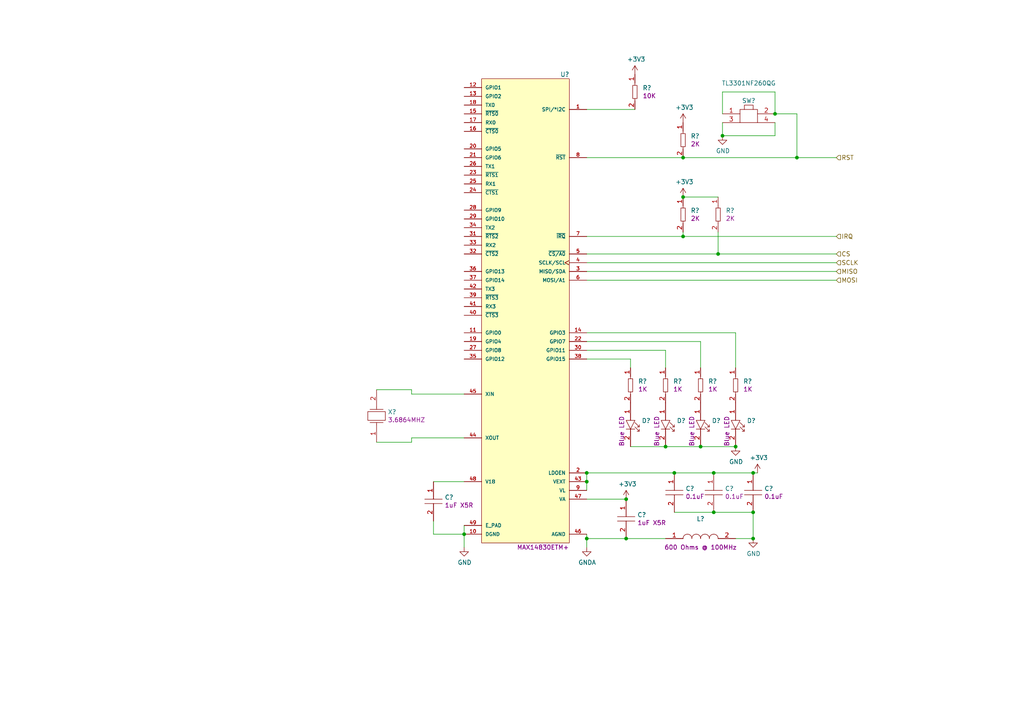
<source format=kicad_sch>
(kicad_sch (version 20231120) (generator "eeschema") (generator_version "8.0")
  (paper "A4")
  (lib_symbols
    (symbol "AVR-KiCAD-Lib-Capacitors:C0402C104K9PACTU" (pin_names (offset 1.016))
      (property "Reference" "C" (at -2.54 2.54 0))
      (property "_Value_" "0.1uF" (at 58.42 63.5 0))
      (symbol "C0402C104K9PACTU_1_1"
        (polyline (pts (xy 0 2.54) (xy 0 -2.54)))
        (polyline (pts (xy 1.27 2.54) (xy 1.27 -2.54)))
        (pin input line (at -5.08 0 0) (length 5.08) (name "~") (number "1"))
        (pin input line (at 6.35 0 180) (length 5.08) (name "~") (number "2"))
      )
    )
    (symbol "AVR-KiCAD-Lib-Capacitors:CC0603KRX5R7BB105" (pin_names (offset 1.016))
      (property "Reference" "C" (at -2.54 2.54 0))
      (property "_Value_" "1uF X5R" (at 58.42 63.5 0))
      (symbol "CC0603KRX5R7BB105_1_1"
        (polyline (pts (xy 0 2.54) (xy 0 -2.54)))
        (polyline (pts (xy 1.27 2.54) (xy 1.27 -2.54)))
        (pin input line (at -5.08 0 0) (length 5.08) (name "~") (number "1"))
        (pin input line (at 6.35 0 180) (length 5.08) (name "~") (number "2"))
      )
    )
    (symbol "AVR-KiCAD-Lib-Diodes:LTST-C194TBKT" (pin_names (offset 1.016))
      (property "Reference" "D" (at -2.54 2.54 0))
      (property "_Value_" "Blue LED" (at 58.42 63.5 0))
      (symbol "LTST-C194TBKT_0_1"
        (polyline (pts (xy -0.635 1.27) (xy 0.635 2.54)))
        (polyline (pts (xy 0.635 2.54) (xy 0 2.54)))
        (polyline (pts (xy 0.635 2.54) (xy 0.635 1.905)))
        (polyline (pts (xy 1.27 -1.27) (xy 1.27 1.27)))
        (polyline (pts (xy 1.905 2.54) (xy 1.905 1.905)))
        (polyline (pts (xy 0.635 1.27) (xy 1.905 2.54) (xy 1.27 2.54)))
        (polyline (pts (xy -1.27 1.27) (xy -1.27 -1.27) (xy 1.27 0) (xy -1.27 1.27)))
      )
      (symbol "LTST-C194TBKT_1_1"
        (pin passive line (at -6.35 0 0) (length 5.08) (name "~") (number "1"))
        (pin passive line (at 6.35 0 180) (length 5.08) (name "~") (number "2"))
      )
    )
    (symbol "AVR-KiCAD-Lib-ICs:MAX14830ETM+" (pin_names (offset 1.016))
      (property "Reference" "U" (at 0 3.81 0))
      (property "_Value_" "MAX14830ETM+" (at 7.62 -133.35 0))
      (symbol "MAX14830ETM+_0_0"
        (rectangle (start 0 2.54) (end 25.4 -132.08) (fill (type background)))
      )
      (symbol "MAX14830ETM+_1_1"
        (pin bidirectional line (at -5.08 -6.35 0) (length 5.08) (name "SPI/*I2C") (number "1"))
        (pin power_in line (at 30.48 -129.54 180) (length 5.08) (name "DGND") (number "10"))
        (pin bidirectional line (at 30.48 -71.12 180) (length 5.08) (name "GPIO0") (number "11"))
        (pin bidirectional line (at 30.48 0 180) (length 5.08) (name "GPIO1") (number "12"))
        (pin bidirectional line (at 30.48 -2.54 180) (length 5.08) (name "GPIO2") (number "13"))
        (pin bidirectional line (at -5.08 -71.12 0) (length 5.08) (name "GPIO3") (number "14"))
        (pin bidirectional line (at 30.48 -7.62 180) (length 5.08) (name "~{RTS0}") (number "15"))
        (pin bidirectional line (at 30.48 -12.7 180) (length 5.08) (name "~{CTS0}") (number "16"))
        (pin bidirectional line (at 30.48 -10.16 180) (length 5.08) (name "RX0") (number "17"))
        (pin bidirectional line (at 30.48 -5.08 180) (length 5.08) (name "TX0") (number "18"))
        (pin bidirectional line (at 30.48 -73.66 180) (length 5.08) (name "GPIO4") (number "19"))
        (pin bidirectional line (at -5.08 -111.76 0) (length 5.08) (name "LDOEN") (number "2"))
        (pin bidirectional line (at 30.48 -17.78 180) (length 5.08) (name "GPIO5") (number "20"))
        (pin bidirectional line (at 30.48 -20.32 180) (length 5.08) (name "GPIO6") (number "21"))
        (pin bidirectional line (at -5.08 -73.66 0) (length 5.08) (name "GPIO7") (number "22"))
        (pin bidirectional line (at 30.48 -25.4 180) (length 5.08) (name "~{RTS1}") (number "23"))
        (pin bidirectional line (at 30.48 -30.48 180) (length 5.08) (name "~{CTS1}") (number "24"))
        (pin bidirectional line (at 30.48 -27.94 180) (length 5.08) (name "RX1") (number "25"))
        (pin bidirectional line (at 30.48 -22.86 180) (length 5.08) (name "TX1") (number "26"))
        (pin bidirectional line (at 30.48 -76.2 180) (length 5.08) (name "GPIO8") (number "27"))
        (pin bidirectional line (at 30.48 -35.56 180) (length 5.08) (name "GPIO9") (number "28"))
        (pin bidirectional line (at 30.48 -38.1 180) (length 5.08) (name "GPIO10") (number "29"))
        (pin bidirectional line (at -5.08 -53.34 0) (length 5.08) (name "MISO/SDA") (number "3"))
        (pin bidirectional line (at -5.08 -76.2 0) (length 5.08) (name "GPIO11") (number "30"))
        (pin bidirectional line (at 30.48 -43.18 180) (length 5.08) (name "~{RTS2}") (number "31"))
        (pin bidirectional line (at 30.48 -48.26 180) (length 5.08) (name "~{CTS2}") (number "32"))
        (pin bidirectional line (at 30.48 -45.72 180) (length 5.08) (name "RX2") (number "33"))
        (pin bidirectional line (at 30.48 -40.64 180) (length 5.08) (name "TX2") (number "34"))
        (pin bidirectional line (at 30.48 -78.74 180) (length 5.08) (name "GPIO12") (number "35"))
        (pin bidirectional line (at 30.48 -53.34 180) (length 5.08) (name "GPIO13") (number "36"))
        (pin bidirectional line (at 30.48 -55.88 180) (length 5.08) (name "GPIO14") (number "37"))
        (pin bidirectional line (at -5.08 -78.74 0) (length 5.08) (name "GPIO15") (number "38"))
        (pin bidirectional line (at 30.48 -60.96 180) (length 5.08) (name "~{RTS3}") (number "39"))
        (pin input clock (at -5.08 -50.8 0) (length 5.08) (name "SCLK/SCL") (number "4"))
        (pin bidirectional line (at 30.48 -66.04 180) (length 5.08) (name "~{CTS3}") (number "40"))
        (pin bidirectional line (at 30.48 -63.5 180) (length 5.08) (name "RX3") (number "41"))
        (pin bidirectional line (at 30.48 -58.42 180) (length 5.08) (name "TX3") (number "42"))
        (pin bidirectional line (at -5.08 -114.3 0) (length 5.08) (name "VEXT") (number "43"))
        (pin output line (at 30.48 -101.6 180) (length 5.08) (name "XOUT") (number "44"))
        (pin input line (at 30.48 -88.9 180) (length 5.08) (name "XIN") (number "45"))
        (pin power_in line (at -5.08 -129.54 0) (length 5.08) (name "AGND") (number "46"))
        (pin bidirectional line (at -5.08 -119.38 0) (length 5.08) (name "VA") (number "47"))
        (pin power_in line (at 30.48 -114.3 180) (length 5.08) (name "V18") (number "48"))
        (pin bidirectional line (at 30.48 -127 180) (length 5.08) (name "E_PAD") (number "49"))
        (pin bidirectional line (at -5.08 -48.26 0) (length 5.08) (name "~{CS/A0}") (number "5"))
        (pin bidirectional line (at -5.08 -55.88 0) (length 5.08) (name "MOSI/A1") (number "6"))
        (pin bidirectional line (at -5.08 -43.18 0) (length 5.08) (name "~{IRQ}") (number "7"))
        (pin bidirectional line (at -5.08 -20.32 0) (length 5.08) (name "~{RST}") (number "8"))
        (pin power_in line (at -5.08 -116.84 0) (length 5.08) (name "VL") (number "9"))
      )
    )
    (symbol "AVR-KiCAD-Lib-Inductors:BLM15HG601SN1D" (pin_names (offset 1.016))
      (property "Reference" "L" (at -2.54 2.54 0))
      (property "_Value_" "600 Ohms @ 100MHz" (at 58.42 63.5 0))
      (symbol "BLM15HG601SN1D_1_1"
        (arc (start -3.81 1.27) (mid -4.7246 0.9071) (end -5.08 0))
        (arc (start -2.54 0) (mid -2.9029 0.9146) (end -3.81 1.27))
        (arc (start -1.27 1.27) (mid -2.1846 0.9071) (end -2.54 0))
        (arc (start 0 0) (mid -0.3629 0.9146) (end -1.27 1.27))
        (arc (start 1.27 1.27) (mid 0.3554 0.9071) (end 0 0))
        (arc (start 2.54 0) (mid 2.1771 0.9146) (end 1.27 1.27))
        (arc (start 3.81 1.27) (mid 2.8954 0.9071) (end 2.54 0))
        (arc (start 5.08 0) (mid 4.7171 0.9146) (end 3.81 1.27))
        (pin input line (at -10.16 0 0) (length 5.08) (name "~") (number "1"))
        (pin input line (at 10.16 0 180) (length 5.08) (name "~") (number "2"))
      )
    )
    (symbol "AVR-KiCAD-Lib-Mech-Switches:TL3301NF260QG" (pin_names (offset 1.016))
      (property "Reference" "SW" (at -2.54 2.54 0))
      (property "Value" "TL3301NF260QG" (at 1.27 5.08 0))
      (symbol "TL3301NF260QG_0_1"
        (rectangle (start -2.54 1.27) (end 2.54 -2.54))
      )
      (symbol "TL3301NF260QG_1_1"
        (polyline (pts (xy -1.27 1.27) (xy -1.27 2.54) (xy 1.27 2.54) (xy 1.27 1.27)))
        (pin passive line (at -7.62 0 0) (length 5.08) (name "~") (number "1"))
        (pin passive line (at 7.62 0 180) (length 5.08) (name "~") (number "2"))
        (pin passive line (at -7.62 -2.54 0) (length 5.08) (name "~") (number "3"))
        (pin passive line (at 7.62 -2.54 180) (length 5.08) (name "~") (number "4"))
      )
    )
    (symbol "AVR-KiCAD-Lib-Oscillators-Clocks:ABLS-3.6864MHZ-B4-T" (pin_names (offset 1.016))
      (property "Reference" "X" (at -2.54 2.54 0))
      (property "_Value_" "3.6864MHZ" (at 58.42 63.5 0))
      (symbol "ABLS-3.6864MHZ-B4-T_1_1"
        (rectangle (start -1.27 2.54) (end 1.27 -2.54))
        (polyline (pts (xy -1.905 0) (xy -2.54 0)))
        (polyline (pts (xy -1.905 1.905) (xy -1.905 -1.905)))
        (polyline (pts (xy 1.905 1.905) (xy 1.905 -1.905)))
        (polyline (pts (xy 2.54 0) (xy 1.905 0)))
        (pin passive line (at -7.62 0 0) (length 5.08) (name "~") (number "1"))
        (pin passive line (at 7.62 0 180) (length 5.08) (name "~") (number "2"))
      )
    )
    (symbol "AVR-KiCAD-Lib-Resistors:RC0402FR-0710KL" (pin_names (offset 1.016))
      (property "Reference" "R" (at -2.54 2.54 0))
      (property "Value" "RC0402FR-0710KL" (at 1.27 5.08 0))
      (property "_Value_" "10K" (at 58.42 63.5 0))
      (symbol "RC0402FR-0710KL_0_1"
        (rectangle (start -1.905 0.635) (end 1.905 -0.635))
        (polyline (pts (xy -2.54 0) (xy -1.905 0)))
        (polyline (pts (xy -1.905 0) (xy -1.905 0)))
        (polyline (pts (xy 1.905 0) (xy 1.905 0)))
        (polyline (pts (xy 2.54 0) (xy 1.905 0)))
      )
      (symbol "RC0402FR-0710KL_1_1"
        (pin passive line (at -5.08 0 0) (length 2.5146) (name "~") (number "1"))
        (pin passive line (at 5.08 0 180) (length 2.5146) (name "~") (number "2"))
      )
    )
    (symbol "AVR-KiCAD-Lib-Resistors:RC0402FR-071KL" (pin_names (offset 1.016))
      (property "Reference" "R" (at -2.54 2.54 0))
      (property "Value" "RC0402FR-071KL" (at 1.27 5.08 0))
      (property "_Value_" "1K" (at 58.42 63.5 0))
      (symbol "RC0402FR-071KL_0_1"
        (rectangle (start -1.905 0.635) (end 1.905 -0.635))
        (polyline (pts (xy -2.54 0) (xy -1.905 0)))
        (polyline (pts (xy -1.905 0) (xy -1.905 0)))
        (polyline (pts (xy 1.905 0) (xy 1.905 0)))
        (polyline (pts (xy 2.54 0) (xy 1.905 0)))
      )
      (symbol "RC0402FR-071KL_1_1"
        (pin passive line (at -5.08 0 0) (length 2.5146) (name "~") (number "1"))
        (pin passive line (at 5.08 0 180) (length 2.5146) (name "~") (number "2"))
      )
    )
    (symbol "AVR-KiCAD-Lib-Resistors:RC0402FR-072KL" (pin_names (offset 1.016))
      (property "Reference" "R" (at -2.54 2.54 0))
      (property "Value" "RC0402FR-072KL" (at 1.27 5.08 0))
      (property "_Value_" "2K" (at 58.42 63.5 0))
      (symbol "RC0402FR-072KL_0_1"
        (rectangle (start -1.905 0.635) (end 1.905 -0.635))
        (polyline (pts (xy -2.54 0) (xy -1.905 0)))
        (polyline (pts (xy -1.905 0) (xy -1.905 0)))
        (polyline (pts (xy 1.905 0) (xy 1.905 0)))
        (polyline (pts (xy 2.54 0) (xy 1.905 0)))
      )
      (symbol "RC0402FR-072KL_1_1"
        (pin passive line (at -5.08 0 0) (length 2.5146) (name "~") (number "1"))
        (pin passive line (at 5.08 0 180) (length 2.5146) (name "~") (number "2"))
      )
    )
    (symbol "agricoltura-madre-cape-B-rescue:+3V3-power" (power) (pin_names (offset 0))
      (property "Value" "power_+3V3" (at 0 3.556 0))
      (symbol "+3V3-power_0_1"
        (polyline (pts (xy -0.762 1.27) (xy 0 2.54)))
        (polyline (pts (xy 0 0) (xy 0 2.54)))
        (polyline (pts (xy 0 2.54) (xy 0.762 1.27)))
      )
      (symbol "+3V3-power_1_1"
        (pin power_in line (at 0 0 90) (length 0) hide (name "+3V3") (number "1"))
      )
    )
    (symbol "agricoltura-madre-cape-B-rescue:GND-power" (power) (pin_names (offset 0))
      (property "Value" "power_GND" (at 0 -3.81 0))
      (symbol "GND-power_0_1"
        (polyline (pts (xy 0 0) (xy 0 -1.27) (xy 1.27 -1.27) (xy 0 -2.54) (xy -1.27 -1.27) (xy 0 -1.27)))
      )
      (symbol "GND-power_1_1"
        (pin power_in line (at 0 0 270) (length 0) hide (name "GND") (number "1"))
      )
    )
    (symbol "agricoltura-madre-cape-B-rescue:GNDA-power" (power) (pin_names (offset 0))
      (property "Value" "power_GNDA" (at 0 -3.81 0))
      (symbol "GNDA-power_0_1"
        (polyline (pts (xy 0 0) (xy 0 -1.27) (xy 1.27 -1.27) (xy 0 -2.54) (xy -1.27 -1.27) (xy 0 -1.27)))
      )
      (symbol "GNDA-power_1_1"
        (pin power_in line (at 0 0 270) (length 0) hide (name "GNDA") (number "1"))
      )
    )
  )
  (junction (at 198.12 45.72))
  (junction (at 208.28 73.66))
  (junction (at 213.36 129.54))
  (junction (at 181.61 144.78))
  (junction (at 134.62 154.94))
  (junction (at 170.18 139.7))
  (junction (at 170.18 156.21))
  (junction (at 224.79 33.02))
  (junction (at 218.44 156.21))
  (junction (at 170.18 137.16))
  (junction (at 198.12 68.58))
  (junction (at 218.44 148.59))
  (junction (at 231.14 45.72))
  (junction (at 203.2 129.54))
  (junction (at 193.04 129.54))
  (junction (at 209.55 39.37))
  (junction (at 198.12 57.15))
  (junction (at 207.01 137.16))
  (junction (at 181.61 156.21))
  (junction (at 207.01 148.59))
  (junction (at 195.58 137.16))
  (junction (at 218.44 137.16))
  (wire (pts (xy 170.18 104.14) (xy 182.88 104.14)))
  (wire (pts (xy 170.18 154.94) (xy 170.18 156.21)))
  (wire (pts (xy 170.18 45.72) (xy 198.12 45.72)))
  (wire (pts (xy 218.44 156.21) (xy 213.36 156.21)))
  (wire (pts (xy 170.18 144.78) (xy 181.61 144.78)))
  (wire (pts (xy 213.36 96.52) (xy 213.36 106.68)))
  (wire (pts (xy 231.14 33.02) (xy 231.14 45.72)))
  (wire (pts (xy 181.61 156.21) (xy 170.18 156.21)))
  (wire (pts (xy 195.58 148.59) (xy 207.01 148.59)))
  (wire (pts (xy 170.18 99.06) (xy 203.2 99.06)))
  (wire (pts (xy 218.44 148.59) (xy 218.44 156.21)))
  (wire (pts (xy 109.22 113.03) (xy 119.38 113.03)))
  (wire (pts (xy 125.73 151.13) (xy 125.73 154.94)))
  (wire (pts (xy 170.18 139.7) (xy 170.18 142.24)))
  (wire (pts (xy 208.28 57.15) (xy 198.12 57.15)))
  (wire (pts (xy 209.55 39.37) (xy 209.55 35.56)))
  (wire (pts (xy 109.22 128.27) (xy 119.38 128.27)))
  (wire (pts (xy 193.04 101.6) (xy 193.04 106.68)))
  (wire (pts (xy 231.14 45.72) (xy 242.57 45.72)))
  (wire (pts (xy 198.12 67.31) (xy 198.12 68.58)))
  (wire (pts (xy 170.18 81.28) (xy 242.57 81.28)))
  (wire (pts (xy 170.18 137.16) (xy 195.58 137.16)))
  (wire (pts (xy 119.38 127) (xy 134.62 127)))
  (wire (pts (xy 119.38 113.03) (xy 119.38 114.3)))
  (wire (pts (xy 207.01 137.16) (xy 218.44 137.16)))
  (wire (pts (xy 134.62 154.94) (xy 134.62 158.75)))
  (wire (pts (xy 134.62 139.7) (xy 125.73 139.7)))
  (wire (pts (xy 170.18 156.21) (xy 170.18 158.75)))
  (wire (pts (xy 170.18 137.16) (xy 170.18 139.7)))
  (wire (pts (xy 125.73 154.94) (xy 134.62 154.94)))
  (wire (pts (xy 181.61 156.21) (xy 193.04 156.21)))
  (wire (pts (xy 198.12 68.58) (xy 170.18 68.58)))
  (wire (pts (xy 170.18 31.75) (xy 184.15 31.75)))
  (wire (pts (xy 209.55 26.67) (xy 224.79 26.67)))
  (wire (pts (xy 182.88 104.14) (xy 182.88 106.68)))
  (wire (pts (xy 208.28 67.31) (xy 208.28 73.66)))
  (wire (pts (xy 207.01 148.59) (xy 218.44 148.59)))
  (wire (pts (xy 242.57 78.74) (xy 170.18 78.74)))
  (wire (pts (xy 224.79 39.37) (xy 209.55 39.37)))
  (wire (pts (xy 208.28 73.66) (xy 242.57 73.66)))
  (wire (pts (xy 119.38 114.3) (xy 134.62 114.3)))
  (wire (pts (xy 224.79 35.56) (xy 224.79 39.37)))
  (wire (pts (xy 198.12 68.58) (xy 242.57 68.58)))
  (wire (pts (xy 198.12 45.72) (xy 231.14 45.72)))
  (wire (pts (xy 170.18 73.66) (xy 208.28 73.66)))
  (wire (pts (xy 203.2 99.06) (xy 203.2 106.68)))
  (wire (pts (xy 170.18 96.52) (xy 213.36 96.52)))
  (wire (pts (xy 193.04 129.54) (xy 203.2 129.54)))
  (wire (pts (xy 170.18 76.2) (xy 242.57 76.2)))
  (wire (pts (xy 224.79 33.02) (xy 231.14 33.02)))
  (wire (pts (xy 209.55 33.02) (xy 209.55 26.67)))
  (wire (pts (xy 170.18 101.6) (xy 193.04 101.6)))
  (wire (pts (xy 182.88 129.54) (xy 193.04 129.54)))
  (wire (pts (xy 119.38 128.27) (xy 119.38 127)))
  (wire (pts (xy 224.79 26.67) (xy 224.79 33.02)))
  (wire (pts (xy 195.58 137.16) (xy 207.01 137.16)))
  (wire (pts (xy 203.2 129.54) (xy 213.36 129.54)))
  (wire (pts (xy 134.62 152.4) (xy 134.62 154.94)))
  (wire (pts (xy 218.44 137.16) (xy 219.71 137.16)))
  (hierarchical_label "MISO" (shape input) (at 242.57 78.74 0))
  (hierarchical_label "SCLK" (shape input) (at 242.57 76.2 0))
  (hierarchical_label "RST" (shape input) (at 242.57 45.72 0))
  (hierarchical_label "CS" (shape input) (at 242.57 73.66 0))
  (hierarchical_label "MOSI" (shape input) (at 242.57 81.28 0))
  (hierarchical_label "IRQ" (shape input) (at 242.57 68.58 0))
  (symbol (lib_id "AVR-KiCAD-Lib-ICs:MAX14830ETM+") (at 165.1 25.4 0) (mirror y) (unit 1)
    (property "Reference" "U?" (at 163.83 21.59 0))
    (property "Value" "MAX14830ETM+" (effects (hide yes)))
    (property "Footprint" "AVR-KiCAD-Lib-ICs:MAX14830ETM&plus_" (effects (hide yes)))
    (property "Datasheet" "https://datasheets.maximintegrated.com/en/ds/MAX14830.pdf" (effects (hide yes)))
    (property "Cost QTY: 1" "13.61" (effects (hide yes)))
    (property "Cost QTY: 1000" "*" (effects (hide yes)))
    (property "Cost QTY: 2500" "*" (effects (hide yes)))
    (property "Cost QTY: 5000" "*" (effects (hide yes)))
    (property "Cost QTY: 10000" "*" (effects (hide yes)))
    (property "MFR" "Maxim Integrated" (effects (hide yes)))
    (property "MFR#" "MAX14830ETM+" (effects (hide yes)))
    (property "Vendor" "Digikey" (effects (hide yes)))
    (property "Vendor #" "MAX14830ETM+-ND" (effects (hide yes)))
    (property "Designer" "AVR" (effects (hide yes)))
    (property "Height" "*" (effects (hide yes)))
    (property "Date Created" "7/1/2020" (effects (hide yes)))
    (property "Date Modified" "7/1/2020" (effects (hide yes)))
    (property "Lead-Free ?" "Yes" (effects (hide yes)))
    (property "RoHS Levels" "1" (effects (hide yes)))
    (property "Mounting" "SMT" (effects (hide yes)))
    (property "Pin Count #" "49" (effects (hide yes)))
    (property "Status" "Active" (effects (hide yes)))
    (property "Tolerance" "*" (effects (hide yes)))
    (property "Type" "IC" (effects (hide yes)))
    (property "Voltage" "1.71V ~ 3.6V" (effects (hide yes)))
    (property "Package" "QFN48" (effects (hide yes)))
    (property "Description" "UART IC 4, QUART Channel RS232, RS485 128 Byte 48-TQFN (7x7)" (effects (hide yes)))
    (property "_Value_" "MAX14830ETM+" (at 157.48 158.75 0))
    (property "Management_ID" "*" (effects (hide yes)))
  )
  (symbol (lib_id "AVR-KiCAD-Lib-Capacitors:CC0603KRX5R7BB105") (at 181.61 149.86 270) (unit 1)
    (property "Reference" "C?" (at 184.8612 149.3266 90) (effects (justify left)))
    (property "Value" "CC0603KRX5R7BB105" (effects (hide yes)))
    (property "Footprint" "AVR-KiCAD-Lib-Capacitors:C0603" (effects (hide yes)))
    (property "Datasheet" "https://www.yageo.com/upload/media/product/productsearch/datasheet/mlcc/UPY-GPHC_X5R_4V-to-50V_25.pdf" (effects (hide yes)))
    (property "Cost QTY: 1" "0.11000" (effects (hide yes)))
    (property "Cost QTY: 1000" "0.02217" (effects (hide yes)))
    (property "Cost QTY: 2500" "*" (effects (hide yes)))
    (property "Cost QTY: 5000" "0.01645" (effects (hide yes)))
    (property "Cost QTY: 10000" "0.01530" (effects (hide yes)))
    (property "MFR" "Yageo" (effects (hide yes)))
    (property "MFR#" "CC0603KRX5R7BB105" (effects (hide yes)))
    (property "Vendor" "Digikey" (effects (hide yes)))
    (property "Vendor #" "311-1444-1-ND" (effects (hide yes)))
    (property "Designer" "AVR" (effects (hide yes)))
    (property "Height" "0.9mm" (effects (hide yes)))
    (property "Date Created" "12/7/2019" (effects (hide yes)))
    (property "Date Modified" "12/7/2019" (effects (hide yes)))
    (property "Lead-Free ?" "Yes" (effects (hide yes)))
    (property "RoHS Levels" "1" (effects (hide yes)))
    (property "Mounting" "SMT" (effects (hide yes)))
    (property "Pin Count #" "2" (effects (hide yes)))
    (property "Status" "Active" (effects (hide yes)))
    (property "Tolerance" "10%" (effects (hide yes)))
    (property "Type" "Ceramic Cap" (effects (hide yes)))
    (property "Voltage" "16V" (effects (hide yes)))
    (property "Package" "0603" (effects (hide yes)))
    (property "Description" "1µF ±10% 16V Ceramic Capacitor X5R 0603 (1608 Metric)" (effects (hide yes)))
    (property "_Value_" "1uF X5R" (at 184.8612 151.638 90) (effects (justify left)))
    (property "Management_ID" "*" (effects (hide yes)))
  )
  (symbol (lib_id "agricoltura-madre-cape-B-rescue:+3V3-power") (at 181.61 144.78 0) (unit 1)
    (property "Reference" "#PWR?" (effects (hide yes)))
    (property "Value" "+3V3" (at 181.991 140.3858 0))
  )
  (symbol (lib_id "agricoltura-madre-cape-B-rescue:+3V3-power") (at 219.71 137.16 0) (unit 1)
    (property "Reference" "#PWR?" (effects (hide yes)))
    (property "Value" "+3V3" (at 220.091 132.7658 0))
  )
  (symbol (lib_id "AVR-KiCAD-Lib-Capacitors:C0402C104K9PACTU") (at 195.58 142.24 270) (unit 1)
    (property "Reference" "C?" (at 198.8312 141.7066 90) (effects (justify left)))
    (property "Value" "C0402C104K9PACTU" (effects (hide yes)))
    (property "Footprint" "AVR-KiCAD-Lib-Resistors:R0402" (effects (hide yes)))
    (property "Datasheet" "https://content.kemet.com/datasheets/KEM_C1006_X5R_SMD.pdf" (effects (hide yes)))
    (property "Cost QTY: 1" "0.10000" (effects (hide yes)))
    (property "Cost QTY: 1000" "0.01139" (effects (hide yes)))
    (property "Cost QTY: 2500" "0.01035" (effects (hide yes)))
    (property "Cost QTY: 5000" "0.00952" (effects (hide yes)))
    (property "Cost QTY: 10000" "0.00756" (effects (hide yes)))
    (property "MFR" "KEMET" (effects (hide yes)))
    (property "MFR#" "C0402C104K9PACTU" (effects (hide yes)))
    (property "Vendor" "Digikey" (effects (hide yes)))
    (property "Vendor #" "399-3026-6-ND" (effects (hide yes)))
    (property "Designer" "AVR" (effects (hide yes)))
    (property "Height" "0.55mm" (effects (hide yes)))
    (property "Date Created" "12/7/2019" (effects (hide yes)))
    (property "Date Modified" "12/7/2019" (effects (hide yes)))
    (property "Lead-Free ?" "Yes" (effects (hide yes)))
    (property "RoHS Levels" "1" (effects (hide yes)))
    (property "Mounting" "SMT" (effects (hide yes)))
    (property "Pin Count #" "2" (effects (hide yes)))
    (property "Status" "Active" (effects (hide yes)))
    (property "Tolerance" "10%" (effects (hide yes)))
    (property "Type" "Ceramic Cap" (effects (hide yes)))
    (property "Voltage" "6.3V" (effects (hide yes)))
    (property "Package" "0402" (effects (hide yes)))
    (property "Description" "0.1µF ±10% 6.3V Ceramic Capacitor X5R 0402 (1005 Metric)" (effects (hide yes)))
    (property "_Value_" "0.1uF" (at 198.8312 144.018 90) (effects (justify left)))
    (property "Management_ID" "*" (effects (hide yes)))
  )
  (symbol (lib_id "AVR-KiCAD-Lib-Capacitors:C0402C104K9PACTU") (at 207.01 142.24 270) (unit 1)
    (property "Reference" "C?" (at 210.2612 141.7066 90) (effects (justify left)))
    (property "Value" "C0402C104K9PACTU" (effects (hide yes)))
    (property "Footprint" "AVR-KiCAD-Lib-Resistors:R0402" (effects (hide yes)))
    (property "Datasheet" "https://content.kemet.com/datasheets/KEM_C1006_X5R_SMD.pdf" (effects (hide yes)))
    (property "Cost QTY: 1" "0.10000" (effects (hide yes)))
    (property "Cost QTY: 1000" "0.01139" (effects (hide yes)))
    (property "Cost QTY: 2500" "0.01035" (effects (hide yes)))
    (property "Cost QTY: 5000" "0.00952" (effects (hide yes)))
    (property "Cost QTY: 10000" "0.00756" (effects (hide yes)))
    (property "MFR" "KEMET" (effects (hide yes)))
    (property "MFR#" "C0402C104K9PACTU" (effects (hide yes)))
    (property "Vendor" "Digikey" (effects (hide yes)))
    (property "Vendor #" "399-3026-6-ND" (effects (hide yes)))
    (property "Designer" "AVR" (effects (hide yes)))
    (property "Height" "0.55mm" (effects (hide yes)))
    (property "Date Created" "12/7/2019" (effects (hide yes)))
    (property "Date Modified" "12/7/2019" (effects (hide yes)))
    (property "Lead-Free ?" "Yes" (effects (hide yes)))
    (property "RoHS Levels" "1" (effects (hide yes)))
    (property "Mounting" "SMT" (effects (hide yes)))
    (property "Pin Count #" "2" (effects (hide yes)))
    (property "Status" "Active" (effects (hide yes)))
    (property "Tolerance" "10%" (effects (hide yes)))
    (property "Type" "Ceramic Cap" (effects (hide yes)))
    (property "Voltage" "6.3V" (effects (hide yes)))
    (property "Package" "0402" (effects (hide yes)))
    (property "Description" "0.1µF ±10% 6.3V Ceramic Capacitor X5R 0402 (1005 Metric)" (effects (hide yes)))
    (property "_Value_" "0.1uF" (at 210.2612 144.018 90) (effects (justify left)))
    (property "Management_ID" "*" (effects (hide yes)))
  )
  (symbol (lib_id "AVR-KiCAD-Lib-Capacitors:C0402C104K9PACTU") (at 218.44 142.24 270) (unit 1)
    (property "Reference" "C?" (at 221.6912 141.7066 90) (effects (justify left)))
    (property "Value" "C0402C104K9PACTU" (effects (hide yes)))
    (property "Footprint" "AVR-KiCAD-Lib-Resistors:R0402" (effects (hide yes)))
    (property "Datasheet" "https://content.kemet.com/datasheets/KEM_C1006_X5R_SMD.pdf" (effects (hide yes)))
    (property "Cost QTY: 1" "0.10000" (effects (hide yes)))
    (property "Cost QTY: 1000" "0.01139" (effects (hide yes)))
    (property "Cost QTY: 2500" "0.01035" (effects (hide yes)))
    (property "Cost QTY: 5000" "0.00952" (effects (hide yes)))
    (property "Cost QTY: 10000" "0.00756" (effects (hide yes)))
    (property "MFR" "KEMET" (effects (hide yes)))
    (property "MFR#" "C0402C104K9PACTU" (effects (hide yes)))
    (property "Vendor" "Digikey" (effects (hide yes)))
    (property "Vendor #" "399-3026-6-ND" (effects (hide yes)))
    (property "Designer" "AVR" (effects (hide yes)))
    (property "Height" "0.55mm" (effects (hide yes)))
    (property "Date Created" "12/7/2019" (effects (hide yes)))
    (property "Date Modified" "12/7/2019" (effects (hide yes)))
    (property "Lead-Free ?" "Yes" (effects (hide yes)))
    (property "RoHS Levels" "1" (effects (hide yes)))
    (property "Mounting" "SMT" (effects (hide yes)))
    (property "Pin Count #" "2" (effects (hide yes)))
    (property "Status" "Active" (effects (hide yes)))
    (property "Tolerance" "10%" (effects (hide yes)))
    (property "Type" "Ceramic Cap" (effects (hide yes)))
    (property "Voltage" "6.3V" (effects (hide yes)))
    (property "Package" "0402" (effects (hide yes)))
    (property "Description" "0.1µF ±10% 6.3V Ceramic Capacitor X5R 0402 (1005 Metric)" (effects (hide yes)))
    (property "_Value_" "0.1uF" (at 221.6912 144.018 90) (effects (justify left)))
    (property "Management_ID" "*" (effects (hide yes)))
  )
  (symbol (lib_id "AVR-KiCAD-Lib-Inductors:BLM15HG601SN1D") (at 203.2 156.21 0) (unit 1)
    (property "Reference" "L?" (at 203.2 150.495 0))
    (property "Value" "BLM15HG601SN1D" (effects (hide yes)))
    (property "Footprint" "AVR-KiCAD-Lib-Inductors:BLM15HG601SN1D" (effects (hide yes)))
    (property "Datasheet" "https://www.murata.com/en-global/products/productdata/8796740223006/ENFA0024.pdf" (effects (hide yes)))
    (property "Cost QTY: 1" "0.19000" (effects (hide yes)))
    (property "Cost QTY: 1000" "0.06013" (effects (hide yes)))
    (property "Cost QTY: 2500" "*" (effects (hide yes)))
    (property "Cost QTY: 5000" "0.05598" (effects (hide yes)))
    (property "Cost QTY: 10000" "0.05090" (effects (hide yes)))
    (property "MFR" "Murata Electronics" (effects (hide yes)))
    (property "MFR#" "BLM15HG601SN1D" (effects (hide yes)))
    (property "Vendor" "Digikey" (effects (hide yes)))
    (property "Vendor #" "490-3998-2-ND" (effects (hide yes)))
    (property "Designer" "AVR" (effects (hide yes)))
    (property "Height" "0.5mm" (effects (hide yes)))
    (property "Date Created" "6/15/2020" (effects (hide yes)))
    (property "Date Modified" "6/15/2020" (effects (hide yes)))
    (property "Lead-Free ?" "Yes" (effects (hide yes)))
    (property "RoHS Levels" "1" (effects (hide yes)))
    (property "Mounting" "SMT" (effects (hide yes)))
    (property "Pin Count #" "2" (effects (hide yes)))
    (property "Status" "Active" (effects (hide yes)))
    (property "Tolerance" "*" (effects (hide yes)))
    (property "Type" "Ferrite Bead" (effects (hide yes)))
    (property "Voltage" "*" (effects (hide yes)))
    (property "Package" "0402" (effects (hide yes)))
    (property "_Value_" "600 Ohms @ 100MHz" (at 203.2 158.75 0))
    (property "Description" "600 Ohms @ 100MHz 1 Signal Line Ferrite Bead 0402 (1005 Metric) 300mA 700mOhm" (effects (hide yes)))
    (property "Management_ID" "*" (effects (hide yes)))
  )
  (symbol (lib_id "agricoltura-madre-cape-B-rescue:GND-power") (at 218.44 156.21 0) (unit 1)
    (property "Reference" "#PWR?" (effects (hide yes)))
    (property "Value" "GND" (at 218.567 160.6042 0))
  )
  (symbol (lib_id "agricoltura-madre-cape-B-rescue:GNDA-power") (at 170.18 158.75 0) (unit 1)
    (property "Reference" "#PWR?" (effects (hide yes)))
    (property "Value" "GNDA" (at 170.307 163.1442 0))
  )
  (symbol (lib_id "agricoltura-madre-cape-B-rescue:GND-power") (at 134.62 158.75 0) (unit 1)
    (property "Reference" "#PWR?" (effects (hide yes)))
    (property "Value" "GND" (at 134.747 163.1442 0))
  )
  (symbol (lib_id "AVR-KiCAD-Lib-Capacitors:CC0603KRX5R7BB105") (at 125.73 144.78 270) (unit 1)
    (property "Reference" "C?" (at 128.9812 144.2466 90) (effects (justify left)))
    (property "Value" "CC0603KRX5R7BB105" (effects (hide yes)))
    (property "Footprint" "AVR-KiCAD-Lib-Capacitors:C0603" (effects (hide yes)))
    (property "Datasheet" "https://www.yageo.com/upload/media/product/productsearch/datasheet/mlcc/UPY-GPHC_X5R_4V-to-50V_25.pdf" (effects (hide yes)))
    (property "Cost QTY: 1" "0.11000" (effects (hide yes)))
    (property "Cost QTY: 1000" "0.02217" (effects (hide yes)))
    (property "Cost QTY: 2500" "*" (effects (hide yes)))
    (property "Cost QTY: 5000" "0.01645" (effects (hide yes)))
    (property "Cost QTY: 10000" "0.01530" (effects (hide yes)))
    (property "MFR" "Yageo" (effects (hide yes)))
    (property "MFR#" "CC0603KRX5R7BB105" (effects (hide yes)))
    (property "Vendor" "Digikey" (effects (hide yes)))
    (property "Vendor #" "311-1444-1-ND" (effects (hide yes)))
    (property "Designer" "AVR" (effects (hide yes)))
    (property "Height" "0.9mm" (effects (hide yes)))
    (property "Date Created" "12/7/2019" (effects (hide yes)))
    (property "Date Modified" "12/7/2019" (effects (hide yes)))
    (property "Lead-Free ?" "Yes" (effects (hide yes)))
    (property "RoHS Levels" "1" (effects (hide yes)))
    (property "Mounting" "SMT" (effects (hide yes)))
    (property "Pin Count #" "2" (effects (hide yes)))
    (property "Status" "Active" (effects (hide yes)))
    (property "Tolerance" "10%" (effects (hide yes)))
    (property "Type" "Ceramic Cap" (effects (hide yes)))
    (property "Voltage" "16V" (effects (hide yes)))
    (property "Package" "0603" (effects (hide yes)))
    (property "Description" "1µF ±10% 16V Ceramic Capacitor X5R 0603 (1608 Metric)" (effects (hide yes)))
    (property "_Value_" "1uF X5R" (at 128.9812 146.558 90) (effects (justify left)))
    (property "Management_ID" "*" (effects (hide yes)))
  )
  (symbol (lib_id "AVR-KiCAD-Lib-Resistors:RC0402FR-0710KL") (at 184.15 26.67 270) (unit 1)
    (property "Reference" "R?" (at 186.3852 25.5016 90) (effects (justify left)))
    (property "Value" "RC0402FR-0710KL" (effects (hide yes)))
    (property "Footprint" "AVR-KiCAD-Lib-Resistors:R0402" (effects (hide yes)))
    (property "Datasheet" "https://www.yageo.com/upload/media/product/productsearch/datasheet/rchip/PYu-RC_Group_51_RoHS_L_10.pdf" (effects (hide yes)))
    (property "Cost QTY: 1" "0.10000" (effects (hide yes)))
    (property "Cost QTY: 1000" "0.00289" (effects (hide yes)))
    (property "Cost QTY: 2500" "0.00251" (effects (hide yes)))
    (property "Cost QTY: 5000" "0.00207" (effects (hide yes)))
    (property "Cost QTY: 10000" "*" (effects (hide yes)))
    (property "MFR" "Yageo" (effects (hide yes)))
    (property "MFR#" "RC0402FR-0710KL" (effects (hide yes)))
    (property "Vendor" "Digikey" (effects (hide yes)))
    (property "Vendor #" "311-10.0KLRCT-ND" (effects (hide yes)))
    (property "Designer" "AVR" (effects (hide yes)))
    (property "Height" "0.4mm" (effects (hide yes)))
    (property "Date Created" "12/11/2019" (effects (hide yes)))
    (property "Date Modified" "12/11/2019" (effects (hide yes)))
    (property "Lead-Free ?" "Yes" (effects (hide yes)))
    (property "RoHS Levels" "1" (effects (hide yes)))
    (property "Mounting" "SMT" (effects (hide yes)))
    (property "Pin Count #" "2" (effects (hide yes)))
    (property "Status" "Active" (effects (hide yes)))
    (property "Tolerance" "1%" (effects (hide yes)))
    (property "Type" "Thick FIlm Resistor" (effects (hide yes)))
    (property "Voltage" "*" (effects (hide yes)))
    (property "Package" "0402" (effects (hide yes)))
    (property "_Value_" "10K" (at 186.3852 27.813 90) (effects (justify left)))
    (property "Management_ID" "*" (effects (hide yes)))
    (property "Description" "10 kOhms ±1% 0.063W, 1/16W Chip Resistor 0402 (1005 Metric) Moisture Resistant Thick Film" (effects (hide yes)))
  )
  (symbol (lib_id "agricoltura-madre-cape-B-rescue:+3V3-power") (at 184.15 21.59 0) (unit 1)
    (property "Reference" "#PWR?" (effects (hide yes)))
    (property "Value" "+3V3" (at 184.531 17.1958 0))
  )
  (symbol (lib_id "AVR-KiCAD-Lib-Resistors:RC0402FR-072KL") (at 198.12 40.64 270) (unit 1)
    (property "Reference" "R?" (at 200.3298 39.4716 90) (effects (justify left)))
    (property "Value" "RC0402FR-072KL" (effects (hide yes)))
    (property "Footprint" "AVR-KiCAD-Lib-Resistors:R0402" (effects (hide yes)))
    (property "Datasheet" "https://www.yageo.com/upload/media/product/productsearch/datasheet/rchip/PYu-RC_Group_51_RoHS_L_10.pdf" (effects (hide yes)))
    (property "Cost QTY: 1" "0.10000" (effects (hide yes)))
    (property "Cost QTY: 1000" "0.00289" (effects (hide yes)))
    (property "Cost QTY: 2500" "0.00251" (effects (hide yes)))
    (property "Cost QTY: 5000" "0.00207" (effects (hide yes)))
    (property "Cost QTY: 10000" "0.00163" (effects (hide yes)))
    (property "MFR" "Yageo" (effects (hide yes)))
    (property "MFR#" "RC0402FR-072KL" (effects (hide yes)))
    (property "Vendor" "Digikey" (effects (hide yes)))
    (property "Vendor #" "311-2KLRCT-ND" (effects (hide yes)))
    (property "Designer" "AVR" (effects (hide yes)))
    (property "Height" "0.4mm" (effects (hide yes)))
    (property "Date Created" "7/6/2020" (effects (hide yes)))
    (property "Date Modified" "7/6/2020" (effects (hide yes)))
    (property "Lead-Free ?" "Yes" (effects (hide yes)))
    (property "RoHS Levels" "1" (effects (hide yes)))
    (property "Mounting" "SMT" (effects (hide yes)))
    (property "Pin Count #" "2" (effects (hide yes)))
    (property "Status" "Active" (effects (hide yes)))
    (property "Tolerance" "1%" (effects (hide yes)))
    (property "Type" "Resistor" (effects (hide yes)))
    (property "Voltage" "*" (effects (hide yes)))
    (property "Package" "0402" (effects (hide yes)))
    (property "_Value_" "2K" (at 200.3298 41.783 90) (effects (justify left)))
    (property "Management_ID" "*" (effects (hide yes)))
    (property "Description" "2 kOhms ±1% 0.063W, 1/16W Chip Resistor 0402 (1005 Metric) Moisture Resistant Thick Film" (effects (hide yes)))
  )
  (symbol (lib_id "AVR-KiCAD-Lib-Mech-Switches:TL3301NF260QG") (at 217.17 33.02 0) (unit 1)
    (property "Reference" "SW?" (at 217.17 29.21 0))
    (property "Value" "TL3301NF260QG" (at 217.17 24.13 0))
    (property "Footprint" "AVR-KiCAD-Lib-Mech-Switches:TL3301NF260QG" (effects (hide yes)))
    (property "Datasheet" "http://spec_sheets.e-switch.com/specs/P010517.pdf" (effects (hide yes)))
    (property "Cost QTY: 1" "0.38000" (effects (hide yes)))
    (property "Cost QTY: 1000" "*" (effects (hide yes)))
    (property "Cost QTY: 2500" "*" (effects (hide yes)))
    (property "Cost QTY: 5000" "*" (effects (hide yes)))
    (property "Cost QTY: 10000" "*" (effects (hide yes)))
    (property "MFR" "E-Switch" (effects (hide yes)))
    (property "MFR#" "TL3301NF260QG" (effects (hide yes)))
    (property "Vendor" "Digikey" (effects (hide yes)))
    (property "Vendor #" "EG1868TR-ND" (effects (hide yes)))
    (property "Designer" "AVR" (effects (hide yes)))
    (property "Height" "4.4mm" (effects (hide yes)))
    (property "Date Created" "2/28/2020" (effects (hide yes)))
    (property "Date Modified" "2/28/2020" (effects (hide yes)))
    (property "Lead-Free ?" "Yes" (effects (hide yes)))
    (property "RoHS Levels" "1" (effects (hide yes)))
    (property "Mounting" "SMT" (effects (hide yes)))
    (property "Pin Count #" "4" (effects (hide yes)))
    (property "Status" "Active" (effects (hide yes)))
    (property "Tolerance" "*" (effects (hide yes)))
    (property "Type" "Mechanical Momentary Switch " (effects (hide yes)))
    (property "Voltage" "12VDC" (effects (hide yes)))
    (property "Package" "Proprietary" (effects (hide yes)))
    (property "Description" "Tactile Switch SPST-NO Top Actuated Surface Mount" (effects (hide yes)))
    (property "_Value_" "TL3301NF260QG" (effects (hide yes)))
    (property "Management_ID" "*" (effects (hide yes)))
  )
  (symbol (lib_id "agricoltura-madre-cape-B-rescue:+3V3-power") (at 198.12 35.56 0) (unit 1)
    (property "Reference" "#PWR?" (effects (hide yes)))
    (property "Value" "+3V3" (at 198.501 31.1658 0))
  )
  (symbol (lib_id "agricoltura-madre-cape-B-rescue:GND-power") (at 209.55 39.37 0) (unit 1)
    (property "Reference" "#PWR?" (effects (hide yes)))
    (property "Value" "GND" (at 209.677 43.7642 0))
  )
  (symbol (lib_id "AVR-KiCAD-Lib-Resistors:RC0402FR-072KL") (at 198.12 62.23 270) (unit 1)
    (property "Reference" "R?" (at 200.3298 61.0616 90) (effects (justify left)))
    (property "Value" "RC0402FR-072KL" (effects (hide yes)))
    (property "Footprint" "AVR-KiCAD-Lib-Resistors:R0402" (effects (hide yes)))
    (property "Datasheet" "https://www.yageo.com/upload/media/product/productsearch/datasheet/rchip/PYu-RC_Group_51_RoHS_L_10.pdf" (effects (hide yes)))
    (property "Cost QTY: 1" "0.10000" (effects (hide yes)))
    (property "Cost QTY: 1000" "0.00289" (effects (hide yes)))
    (property "Cost QTY: 2500" "0.00251" (effects (hide yes)))
    (property "Cost QTY: 5000" "0.00207" (effects (hide yes)))
    (property "Cost QTY: 10000" "0.00163" (effects (hide yes)))
    (property "MFR" "Yageo" (effects (hide yes)))
    (property "MFR#" "RC0402FR-072KL" (effects (hide yes)))
    (property "Vendor" "Digikey" (effects (hide yes)))
    (property "Vendor #" "311-2KLRCT-ND" (effects (hide yes)))
    (property "Designer" "AVR" (effects (hide yes)))
    (property "Height" "0.4mm" (effects (hide yes)))
    (property "Date Created" "7/6/2020" (effects (hide yes)))
    (property "Date Modified" "7/6/2020" (effects (hide yes)))
    (property "Lead-Free ?" "Yes" (effects (hide yes)))
    (property "RoHS Levels" "1" (effects (hide yes)))
    (property "Mounting" "SMT" (effects (hide yes)))
    (property "Pin Count #" "2" (effects (hide yes)))
    (property "Status" "Active" (effects (hide yes)))
    (property "Tolerance" "1%" (effects (hide yes)))
    (property "Type" "Resistor" (effects (hide yes)))
    (property "Voltage" "*" (effects (hide yes)))
    (property "Package" "0402" (effects (hide yes)))
    (property "_Value_" "2K" (at 200.3298 63.373 90) (effects (justify left)))
    (property "Management_ID" "*" (effects (hide yes)))
    (property "Description" "2 kOhms ±1% 0.063W, 1/16W Chip Resistor 0402 (1005 Metric) Moisture Resistant Thick Film" (effects (hide yes)))
  )
  (symbol (lib_id "agricoltura-madre-cape-B-rescue:+3V3-power") (at 198.12 57.15 0) (unit 1)
    (property "Reference" "#PWR?" (effects (hide yes)))
    (property "Value" "+3V3" (at 198.501 52.7558 0))
  )
  (symbol (lib_id "AVR-KiCAD-Lib-Resistors:RC0402FR-072KL") (at 208.28 62.23 270) (unit 1)
    (property "Reference" "R?" (at 210.4898 61.0616 90) (effects (justify left)))
    (property "Value" "RC0402FR-072KL" (effects (hide yes)))
    (property "Footprint" "AVR-KiCAD-Lib-Resistors:R0402" (effects (hide yes)))
    (property "Datasheet" "https://www.yageo.com/upload/media/product/productsearch/datasheet/rchip/PYu-RC_Group_51_RoHS_L_10.pdf" (effects (hide yes)))
    (property "Cost QTY: 1" "0.10000" (effects (hide yes)))
    (property "Cost QTY: 1000" "0.00289" (effects (hide yes)))
    (property "Cost QTY: 2500" "0.00251" (effects (hide yes)))
    (property "Cost QTY: 5000" "0.00207" (effects (hide yes)))
    (property "Cost QTY: 10000" "0.00163" (effects (hide yes)))
    (property "MFR" "Yageo" (effects (hide yes)))
    (property "MFR#" "RC0402FR-072KL" (effects (hide yes)))
    (property "Vendor" "Digikey" (effects (hide yes)))
    (property "Vendor #" "311-2KLRCT-ND" (effects (hide yes)))
    (property "Designer" "AVR" (effects (hide yes)))
    (property "Height" "0.4mm" (effects (hide yes)))
    (property "Date Created" "7/6/2020" (effects (hide yes)))
    (property "Date Modified" "7/6/2020" (effects (hide yes)))
    (property "Lead-Free ?" "Yes" (effects (hide yes)))
    (property "RoHS Levels" "1" (effects (hide yes)))
    (property "Mounting" "SMT" (effects (hide yes)))
    (property "Pin Count #" "2" (effects (hide yes)))
    (property "Status" "Active" (effects (hide yes)))
    (property "Tolerance" "1%" (effects (hide yes)))
    (property "Type" "Resistor" (effects (hide yes)))
    (property "Voltage" "*" (effects (hide yes)))
    (property "Package" "0402" (effects (hide yes)))
    (property "_Value_" "2K" (at 210.4898 63.373 90) (effects (justify left)))
    (property "Management_ID" "*" (effects (hide yes)))
    (property "Description" "2 kOhms ±1% 0.063W, 1/16W Chip Resistor 0402 (1005 Metric) Moisture Resistant Thick Film" (effects (hide yes)))
  )
  (symbol (lib_id "AVR-KiCAD-Lib-Oscillators-Clocks:ABLS-3.6864MHZ-B4-T") (at 109.22 120.65 90) (unit 1)
    (property "Reference" "X?" (at 112.4712 119.4816 90) (effects (justify right)))
    (property "Value" "ABLS-3.6864MHZ-B4-T" (effects (hide yes)))
    (property "Footprint" "AVR-KiCAD-Lib-Oscillators:ABLS-3.6864MHZ-B4-T" (effects (hide yes)))
    (property "Datasheet" "https://abracon.com/Resonators/abls.pdf" (effects (hide yes)))
    (property "Cost QTY: 1" "0.36000" (effects (hide yes)))
    (property "Cost QTY: 1000" "0.17600" (effects (hide yes)))
    (property "Cost QTY: 2500" "*" (effects (hide yes)))
    (property "Cost QTY: 5000" "0.15950" (effects (hide yes)))
    (property "Cost QTY: 10000" "0.15400" (effects (hide yes)))
    (property "MFR" "Abracon LLC" (effects (hide yes)))
    (property "MFR#" "ABLS-3.6864MHZ-B4-T" (effects (hide yes)))
    (property "Vendor" "Digikey" (effects (hide yes)))
    (property "Vendor #" "535-10201-2-ND" (effects (hide yes)))
    (property "Designer" "AVR" (effects (hide yes)))
    (property "Height" "4.2mm" (effects (hide yes)))
    (property "Date Created" "7/6/2020" (effects (hide yes)))
    (property "Date Modified" "7/6/2020" (effects (hide yes)))
    (property "Lead-Free ?" "Yes" (effects (hide yes)))
    (property "RoHS Levels" "1" (effects (hide yes)))
    (property "Mounting" "SMT" (effects (hide yes)))
    (property "Pin Count #" "2" (effects (hide yes)))
    (property "Status" "Active" (effects (hide yes)))
    (property "Tolerance" "±30ppm" (effects (hide yes)))
    (property "Type" "Crystal" (effects (hide yes)))
    (property "Voltage" "*" (effects (hide yes)))
    (property "Package" "HC-49/US" (effects (hide yes)))
    (property "Description" "3.6864MHz ±30ppm Crystal 18pF 180 Ohms HC-49/US" (effects (hide yes)))
    (property "_Value_" "3.6864MHZ" (at 112.4712 121.793 90) (effects (justify right)))
    (property "Management_ID" "*" (effects (hide yes)))
  )
  (symbol (lib_id "AVR-KiCAD-Lib-Resistors:RC0402FR-071KL") (at 182.88 111.76 270) (unit 1)
    (property "Reference" "R?" (at 185.0898 110.5916 90) (effects (justify left)))
    (property "Value" "RC0402FR-071KL" (effects (hide yes)))
    (property "Footprint" "AVR-KiCAD-Lib-Resistors:R0402" (effects (hide yes)))
    (property "Datasheet" "https://www.yageo.com/upload/media/product/productsearch/datasheet/rchip/PYu-RC_Group_51_RoHS_L_10.pdf" (effects (hide yes)))
    (property "Cost QTY: 1" "0.10000" (effects (hide yes)))
    (property "Cost QTY: 1000" "0.00289" (effects (hide yes)))
    (property "Cost QTY: 2500" "0.00251" (effects (hide yes)))
    (property "Cost QTY: 5000" "0.00207" (effects (hide yes)))
    (property "Cost QTY: 10000" "0.00163" (effects (hide yes)))
    (property "MFR" "Yageo" (effects (hide yes)))
    (property "MFR#" "RC0402FR-071KL" (effects (hide yes)))
    (property "Vendor" "Digikey" (effects (hide yes)))
    (property "Vendor #" "311-1.00KLRTR-ND" (effects (hide yes)))
    (property "Designer" "AVR" (effects (hide yes)))
    (property "Height" "0.4mm" (effects (hide yes)))
    (property "Date Created" "12/11/2019" (effects (hide yes)))
    (property "Date Modified" "12/11/2019" (effects (hide yes)))
    (property "Lead-Free ?" "Yes" (effects (hide yes)))
    (property "RoHS Levels" "1" (effects (hide yes)))
    (property "Mounting" "SMT" (effects (hide yes)))
    (property "Pin Count #" "2" (effects (hide yes)))
    (property "Status" "Active" (effects (hide yes)))
    (property "Tolerance" "1%" (effects (hide yes)))
    (property "Type" "Thick Film Resistor" (effects (hide yes)))
    (property "Voltage" "*" (effects (hide yes)))
    (property "Package" "0402" (effects (hide yes)))
    (property "_Value_" "1K" (at 185.0898 112.903 90) (effects (justify left)))
    (property "Management_ID" "*" (effects (hide yes)))
    (property "Description" " kOhms ±1% 0.063W, 1/16W Chip Resistor 0402 (1005 Metric) Moisture Resistant Thick Film" (effects (hide yes)))
  )
  (symbol (lib_id "AVR-KiCAD-Lib-Diodes:LTST-C194TBKT") (at 182.88 123.19 270) (unit 1)
    (property "Reference" "D?" (at 186.1312 122.0216 90) (effects (justify left)))
    (property "Value" "LTST-C194TBKT" (effects (hide yes)))
    (property "Footprint" "AVR-KiCAD-Lib-Diodes:LED0603" (effects (hide yes)))
    (property "Datasheet" "http://optoelectronics.liteon.com/upload/download/DS22-2010-0025/LTST-C194TBKT.PDF" (effects (hide yes)))
    (property "Cost QTY: 1" "0.42000" (effects (hide yes)))
    (property "Cost QTY: 1000" "0.07797" (effects (hide yes)))
    (property "Cost QTY: 2500" "*" (effects (hide yes)))
    (property "Cost QTY: 5000" "0.06102" (effects (hide yes)))
    (property "Cost QTY: 10000" "0.05424" (effects (hide yes)))
    (property "MFR" "Lite-On Inc." (effects (hide yes)))
    (property "MFR#" "LTST-C194TBKT" (effects (hide yes)))
    (property "Vendor" "Digikey" (effects (hide yes)))
    (property "Vendor #" "160-1837-2-ND" (effects (hide yes)))
    (property "Designer" "AVR" (effects (hide yes)))
    (property "Height" "0.45mm" (effects (hide yes)))
    (property "Date Created" "3/1/2020" (effects (hide yes)))
    (property "Date Modified" "3/1/2020" (effects (hide yes)))
    (property "Lead-Free ?" "Yes" (effects (hide yes)))
    (property "RoHS Levels" "1" (effects (hide yes)))
    (property "Mounting" "SMT" (effects (hide yes)))
    (property "Pin Count #" "2" (effects (hide yes)))
    (property "Status" "Active" (effects (hide yes)))
    (property "Tolerance" "*" (effects (hide yes)))
    (property "Type" "Blue LED Colorless" (effects (hide yes)))
    (property "Voltage" "3.3V" (effects (hide yes)))
    (property "Package" "0603" (effects (hide yes)))
    (property "Description" "Blue 468nm LED Indication - Discrete 3.3V 0603 (1608 Metric)" (effects (hide yes)))
    (property "_Value_" "Blue LED" (at 180.34 120.65 0) (effects (justify left)))
    (property "Management_ID" "*" (effects (hide yes)))
  )
  (symbol (lib_id "AVR-KiCAD-Lib-Resistors:RC0402FR-071KL") (at 193.04 111.76 270) (unit 1)
    (property "Reference" "R?" (at 195.2498 110.5916 90) (effects (justify left)))
    (property "Value" "RC0402FR-071KL" (effects (hide yes)))
    (property "Footprint" "AVR-KiCAD-Lib-Resistors:R0402" (effects (hide yes)))
    (property "Datasheet" "https://www.yageo.com/upload/media/product/productsearch/datasheet/rchip/PYu-RC_Group_51_RoHS_L_10.pdf" (effects (hide yes)))
    (property "Cost QTY: 1" "0.10000" (effects (hide yes)))
    (property "Cost QTY: 1000" "0.00289" (effects (hide yes)))
    (property "Cost QTY: 2500" "0.00251" (effects (hide yes)))
    (property "Cost QTY: 5000" "0.00207" (effects (hide yes)))
    (property "Cost QTY: 10000" "0.00163" (effects (hide yes)))
    (property "MFR" "Yageo" (effects (hide yes)))
    (property "MFR#" "RC0402FR-071KL" (effects (hide yes)))
    (property "Vendor" "Digikey" (effects (hide yes)))
    (property "Vendor #" "311-1.00KLRTR-ND" (effects (hide yes)))
    (property "Designer" "AVR" (effects (hide yes)))
    (property "Height" "0.4mm" (effects (hide yes)))
    (property "Date Created" "12/11/2019" (effects (hide yes)))
    (property "Date Modified" "12/11/2019" (effects (hide yes)))
    (property "Lead-Free ?" "Yes" (effects (hide yes)))
    (property "RoHS Levels" "1" (effects (hide yes)))
    (property "Mounting" "SMT" (effects (hide yes)))
    (property "Pin Count #" "2" (effects (hide yes)))
    (property "Status" "Active" (effects (hide yes)))
    (property "Tolerance" "1%" (effects (hide yes)))
    (property "Type" "Thick Film Resistor" (effects (hide yes)))
    (property "Voltage" "*" (effects (hide yes)))
    (property "Package" "0402" (effects (hide yes)))
    (property "_Value_" "1K" (at 195.2498 112.903 90) (effects (justify left)))
    (property "Management_ID" "*" (effects (hide yes)))
    (property "Description" " kOhms ±1% 0.063W, 1/16W Chip Resistor 0402 (1005 Metric) Moisture Resistant Thick Film" (effects (hide yes)))
  )
  (symbol (lib_id "AVR-KiCAD-Lib-Diodes:LTST-C194TBKT") (at 193.04 123.19 270) (unit 1)
    (property "Reference" "D?" (at 196.2912 122.0216 90) (effects (justify left)))
    (property "Value" "LTST-C194TBKT" (effects (hide yes)))
    (property "Footprint" "AVR-KiCAD-Lib-Diodes:LED0603" (effects (hide yes)))
    (property "Datasheet" "http://optoelectronics.liteon.com/upload/download/DS22-2010-0025/LTST-C194TBKT.PDF" (effects (hide yes)))
    (property "Cost QTY: 1" "0.42000" (effects (hide yes)))
    (property "Cost QTY: 1000" "0.07797" (effects (hide yes)))
    (property "Cost QTY: 2500" "*" (effects (hide yes)))
    (property "Cost QTY: 5000" "0.06102" (effects (hide yes)))
    (property "Cost QTY: 10000" "0.05424" (effects (hide yes)))
    (property "MFR" "Lite-On Inc." (effects (hide yes)))
    (property "MFR#" "LTST-C194TBKT" (effects (hide yes)))
    (property "Vendor" "Digikey" (effects (hide yes)))
    (property "Vendor #" "160-1837-2-ND" (effects (hide yes)))
    (property "Designer" "AVR" (effects (hide yes)))
    (property "Height" "0.45mm" (effects (hide yes)))
    (property "Date Created" "3/1/2020" (effects (hide yes)))
    (property "Date Modified" "3/1/2020" (effects (hide yes)))
    (property "Lead-Free ?" "Yes" (effects (hide yes)))
    (property "RoHS Levels" "1" (effects (hide yes)))
    (property "Mounting" "SMT" (effects (hide yes)))
    (property "Pin Count #" "2" (effects (hide yes)))
    (property "Status" "Active" (effects (hide yes)))
    (property "Tolerance" "*" (effects (hide yes)))
    (property "Type" "Blue LED Colorless" (effects (hide yes)))
    (property "Voltage" "3.3V" (effects (hide yes)))
    (property "Package" "0603" (effects (hide yes)))
    (property "Description" "Blue 468nm LED Indication - Discrete 3.3V 0603 (1608 Metric)" (effects (hide yes)))
    (property "_Value_" "Blue LED" (at 190.5 120.65 0) (effects (justify left)))
    (property "Management_ID" "*" (effects (hide yes)))
  )
  (symbol (lib_id "AVR-KiCAD-Lib-Resistors:RC0402FR-071KL") (at 203.2 111.76 270) (unit 1)
    (property "Reference" "R?" (at 205.4098 110.5916 90) (effects (justify left)))
    (property "Value" "RC0402FR-071KL" (effects (hide yes)))
    (property "Footprint" "AVR-KiCAD-Lib-Resistors:R0402" (effects (hide yes)))
    (property "Datasheet" "https://www.yageo.com/upload/media/product/productsearch/datasheet/rchip/PYu-RC_Group_51_RoHS_L_10.pdf" (effects (hide yes)))
    (property "Cost QTY: 1" "0.10000" (effects (hide yes)))
    (property "Cost QTY: 1000" "0.00289" (effects (hide yes)))
    (property "Cost QTY: 2500" "0.00251" (effects (hide yes)))
    (property "Cost QTY: 5000" "0.00207" (effects (hide yes)))
    (property "Cost QTY: 10000" "0.00163" (effects (hide yes)))
    (property "MFR" "Yageo" (effects (hide yes)))
    (property "MFR#" "RC0402FR-071KL" (effects (hide yes)))
    (property "Vendor" "Digikey" (effects (hide yes)))
    (property "Vendor #" "311-1.00KLRTR-ND" (effects (hide yes)))
    (property "Designer" "AVR" (effects (hide yes)))
    (property "Height" "0.4mm" (effects (hide yes)))
    (property "Date Created" "12/11/2019" (effects (hide yes)))
    (property "Date Modified" "12/11/2019" (effects (hide yes)))
    (property "Lead-Free ?" "Yes" (effects (hide yes)))
    (property "RoHS Levels" "1" (effects (hide yes)))
    (property "Mounting" "SMT" (effects (hide yes)))
    (property "Pin Count #" "2" (effects (hide yes)))
    (property "Status" "Active" (effects (hide yes)))
    (property "Tolerance" "1%" (effects (hide yes)))
    (property "Type" "Thick Film Resistor" (effects (hide yes)))
    (property "Voltage" "*" (effects (hide yes)))
    (property "Package" "0402" (effects (hide yes)))
    (property "_Value_" "1K" (at 205.4098 112.903 90) (effects (justify left)))
    (property "Management_ID" "*" (effects (hide yes)))
    (property "Description" " kOhms ±1% 0.063W, 1/16W Chip Resistor 0402 (1005 Metric) Moisture Resistant Thick Film" (effects (hide yes)))
  )
  (symbol (lib_id "AVR-KiCAD-Lib-Diodes:LTST-C194TBKT") (at 203.2 123.19 270) (unit 1)
    (property "Reference" "D?" (at 206.4512 122.0216 90) (effects (justify left)))
    (property "Value" "LTST-C194TBKT" (effects (hide yes)))
    (property "Footprint" "AVR-KiCAD-Lib-Diodes:LED0603" (effects (hide yes)))
    (property "Datasheet" "http://optoelectronics.liteon.com/upload/download/DS22-2010-0025/LTST-C194TBKT.PDF" (effects (hide yes)))
    (property "Cost QTY: 1" "0.42000" (effects (hide yes)))
    (property "Cost QTY: 1000" "0.07797" (effects (hide yes)))
    (property "Cost QTY: 2500" "*" (effects (hide yes)))
    (property "Cost QTY: 5000" "0.06102" (effects (hide yes)))
    (property "Cost QTY: 10000" "0.05424" (effects (hide yes)))
    (property "MFR" "Lite-On Inc." (effects (hide yes)))
    (property "MFR#" "LTST-C194TBKT" (effects (hide yes)))
    (property "Vendor" "Digikey" (effects (hide yes)))
    (property "Vendor #" "160-1837-2-ND" (effects (hide yes)))
    (property "Designer" "AVR" (effects (hide yes)))
    (property "Height" "0.45mm" (effects (hide yes)))
    (property "Date Created" "3/1/2020" (effects (hide yes)))
    (property "Date Modified" "3/1/2020" (effects (hide yes)))
    (property "Lead-Free ?" "Yes" (effects (hide yes)))
    (property "RoHS Levels" "1" (effects (hide yes)))
    (property "Mounting" "SMT" (effects (hide yes)))
    (property "Pin Count #" "2" (effects (hide yes)))
    (property "Status" "Active" (effects (hide yes)))
    (property "Tolerance" "*" (effects (hide yes)))
    (property "Type" "Blue LED Colorless" (effects (hide yes)))
    (property "Voltage" "3.3V" (effects (hide yes)))
    (property "Package" "0603" (effects (hide yes)))
    (property "Description" "Blue 468nm LED Indication - Discrete 3.3V 0603 (1608 Metric)" (effects (hide yes)))
    (property "_Value_" "Blue LED" (at 200.66 120.65 0) (effects (justify left)))
    (property "Management_ID" "*" (effects (hide yes)))
  )
  (symbol (lib_id "AVR-KiCAD-Lib-Resistors:RC0402FR-071KL") (at 213.36 111.76 270) (unit 1)
    (property "Reference" "R?" (at 215.5698 110.5916 90) (effects (justify left)))
    (property "Value" "RC0402FR-071KL" (effects (hide yes)))
    (property "Footprint" "AVR-KiCAD-Lib-Resistors:R0402" (effects (hide yes)))
    (property "Datasheet" "https://www.yageo.com/upload/media/product/productsearch/datasheet/rchip/PYu-RC_Group_51_RoHS_L_10.pdf" (effects (hide yes)))
    (property "Cost QTY: 1" "0.10000" (effects (hide yes)))
    (property "Cost QTY: 1000" "0.00289" (effects (hide yes)))
    (property "Cost QTY: 2500" "0.00251" (effects (hide yes)))
    (property "Cost QTY: 5000" "0.00207" (effects (hide yes)))
    (property "Cost QTY: 10000" "0.00163" (effects (hide yes)))
    (property "MFR" "Yageo" (effects (hide yes)))
    (property "MFR#" "RC0402FR-071KL" (effects (hide yes)))
    (property "Vendor" "Digikey" (effects (hide yes)))
    (property "Vendor #" "311-1.00KLRTR-ND" (effects (hide yes)))
    (property "Designer" "AVR" (effects (hide yes)))
    (property "Height" "0.4mm" (effects (hide yes)))
    (property "Date Created" "12/11/2019" (effects (hide yes)))
    (property "Date Modified" "12/11/2019" (effects (hide yes)))
    (property "Lead-Free ?" "Yes" (effects (hide yes)))
    (property "RoHS Levels" "1" (effects (hide yes)))
    (property "Mounting" "SMT" (effects (hide yes)))
    (property "Pin Count #" "2" (effects (hide yes)))
    (property "Status" "Active" (effects (hide yes)))
    (property "Tolerance" "1%" (effects (hide yes)))
    (property "Type" "Thick Film Resistor" (effects (hide yes)))
    (property "Voltage" "*" (effects (hide yes)))
    (property "Package" "0402" (effects (hide yes)))
    (property "_Value_" "1K" (at 215.5698 112.903 90) (effects (justify left)))
    (property "Management_ID" "*" (effects (hide yes)))
    (property "Description" " kOhms ±1% 0.063W, 1/16W Chip Resistor 0402 (1005 Metric) Moisture Resistant Thick Film" (effects (hide yes)))
  )
  (symbol (lib_id "AVR-KiCAD-Lib-Diodes:LTST-C194TBKT") (at 213.36 123.19 270) (unit 1)
    (property "Reference" "D?" (at 216.6112 122.0216 90) (effects (justify left)))
    (property "Value" "LTST-C194TBKT" (effects (hide yes)))
    (property "Footprint" "AVR-KiCAD-Lib-Diodes:LED0603" (effects (hide yes)))
    (property "Datasheet" "http://optoelectronics.liteon.com/upload/download/DS22-2010-0025/LTST-C194TBKT.PDF" (effects (hide yes)))
    (property "Cost QTY: 1" "0.42000" (effects (hide yes)))
    (property "Cost QTY: 1000" "0.07797" (effects (hide yes)))
    (property "Cost QTY: 2500" "*" (effects (hide yes)))
    (property "Cost QTY: 5000" "0.06102" (effects (hide yes)))
    (property "Cost QTY: 10000" "0.05424" (effects (hide yes)))
    (property "MFR" "Lite-On Inc." (effects (hide yes)))
    (property "MFR#" "LTST-C194TBKT" (effects (hide yes)))
    (property "Vendor" "Digikey" (effects (hide yes)))
    (property "Vendor #" "160-1837-2-ND" (effects (hide yes)))
    (property "Designer" "AVR" (effects (hide yes)))
    (property "Height" "0.45mm" (effects (hide yes)))
    (property "Date Created" "3/1/2020" (effects (hide yes)))
    (property "Date Modified" "3/1/2020" (effects (hide yes)))
    (property "Lead-Free ?" "Yes" (effects (hide yes)))
    (property "RoHS Levels" "1" (effects (hide yes)))
    (property "Mounting" "SMT" (effects (hide yes)))
    (property "Pin Count #" "2" (effects (hide yes)))
    (property "Status" "Active" (effects (hide yes)))
    (property "Tolerance" "*" (effects (hide yes)))
    (property "Type" "Blue LED Colorless" (effects (hide yes)))
    (property "Voltage" "3.3V" (effects (hide yes)))
    (property "Package" "0603" (effects (hide yes)))
    (property "Description" "Blue 468nm LED Indication - Discrete 3.3V 0603 (1608 Metric)" (effects (hide yes)))
    (property "_Value_" "Blue LED" (at 210.82 120.65 0) (effects (justify left)))
    (property "Management_ID" "*" (effects (hide yes)))
  )
  (symbol (lib_id "agricoltura-madre-cape-B-rescue:GND-power") (at 213.36 129.54 0) (unit 1)
    (property "Reference" "#PWR?" (effects (hide yes)))
    (property "Value" "GND" (at 213.487 133.9342 0))
  )
)
</source>
